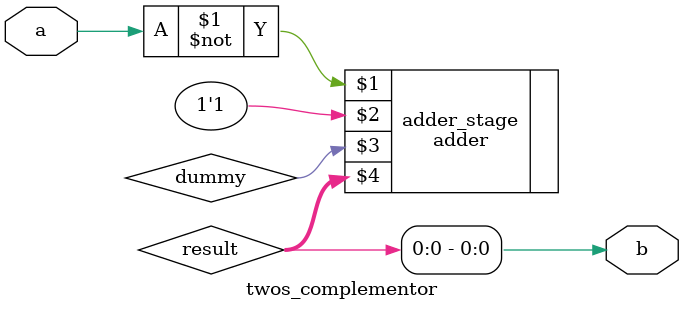
<source format=sv>
`include "adder.sv"


module twos_complementor
#(
	parameter integer SIZE = 1
)
(
	input wire [SIZE-1:0] a,
	output wire [SIZE-1:0] b
);

wire[SIZE:0] result;
wire dummy;
assign b = result[SIZE-1:0];


adder
#(
	SIZE
)
adder_stage
(
	~a,
	{{SIZE-1{1'b0}}, 1'b1},
	dummy,
	result
);

endmodule


</source>
